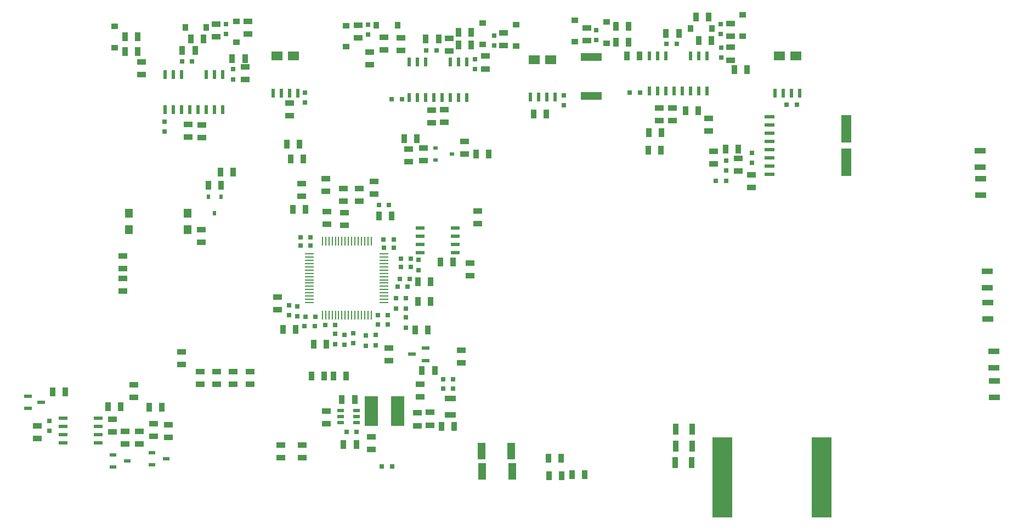
<source format=gtp>
G04*
G04 #@! TF.GenerationSoftware,Altium Limited,Altium Designer,20.0.13 (296)*
G04*
G04 Layer_Color=8421504*
%FSLAX43Y43*%
%MOMM*%
G71*
G01*
G75*
%ADD20R,1.348X0.848*%
%ADD21R,0.848X1.348*%
%ADD22R,0.559X1.461*%
%ADD23R,0.548X1.478*%
%ADD24R,1.818X1.478*%
%ADD25R,0.808X1.118*%
%ADD26R,1.118X0.808*%
%ADD27R,1.698X0.948*%
%ADD28R,0.948X1.698*%
%ADD29R,0.748X0.748*%
%ADD30R,0.998X0.498*%
%ADD31R,1.198X1.398*%
%ADD32R,0.498X0.748*%
%ADD33R,1.198X0.498*%
%ADD34R,3.248X1.148*%
%ADD35R,2.148X4.698*%
%ADD36R,1.098X0.498*%
%ADD37R,3.048X12.398*%
%ADD38R,1.148X0.498*%
%ADD39R,1.488X4.338*%
%ADD40R,1.488X0.538*%
%ADD41R,1.198X2.598*%
%ADD42R,1.423X0.548*%
%ADD43R,1.422X0.914*%
%ADD44R,0.198X1.373*%
%ADD45R,1.373X0.198*%
%ADD46R,0.748X0.748*%
%ADD47R,0.914X1.422*%
%ADD48R,0.748X0.498*%
D20*
X69299Y77948D02*
D03*
Y75998D02*
D03*
X37778Y73554D02*
D03*
Y71604D02*
D03*
X21769Y74355D02*
D03*
Y72405D02*
D03*
X56988Y73851D02*
D03*
Y75801D02*
D03*
X90532Y77639D02*
D03*
Y79589D02*
D03*
X112757Y78287D02*
D03*
Y80237D02*
D03*
X38214Y80601D02*
D03*
Y78651D02*
D03*
X77636Y78789D02*
D03*
Y76839D02*
D03*
X55222Y80024D02*
D03*
Y78074D02*
D03*
X17272Y17186D02*
D03*
Y19136D02*
D03*
X46482Y53594D02*
D03*
Y55544D02*
D03*
X71628Y62021D02*
D03*
Y60071D02*
D03*
X43307Y13163D02*
D03*
Y15113D02*
D03*
X46609Y15158D02*
D03*
Y13208D02*
D03*
X61844Y78080D02*
D03*
Y76130D02*
D03*
X65278Y61005D02*
D03*
Y59055D02*
D03*
X101727Y65278D02*
D03*
Y67228D02*
D03*
X62992Y60878D02*
D03*
Y58928D02*
D03*
X31115Y64561D02*
D03*
Y62611D02*
D03*
X29028Y64667D02*
D03*
Y62717D02*
D03*
X103759Y65278D02*
D03*
Y67228D02*
D03*
X66609Y66898D02*
D03*
Y64948D02*
D03*
X31031Y46472D02*
D03*
Y48422D02*
D03*
X64770Y24556D02*
D03*
Y22606D02*
D03*
X57277Y14478D02*
D03*
Y16428D02*
D03*
X50292Y20365D02*
D03*
Y18415D02*
D03*
X73660Y51267D02*
D03*
Y49317D02*
D03*
X44628Y67967D02*
D03*
Y66017D02*
D03*
X5670Y18079D02*
D03*
Y16129D02*
D03*
X71120Y27854D02*
D03*
Y29804D02*
D03*
X72517Y41316D02*
D03*
Y43266D02*
D03*
X59944Y30144D02*
D03*
Y28194D02*
D03*
X52959Y52787D02*
D03*
Y54737D02*
D03*
X57658Y53930D02*
D03*
Y55880D02*
D03*
X55372Y54782D02*
D03*
Y52832D02*
D03*
X53086Y49063D02*
D03*
Y51013D02*
D03*
X50241Y56312D02*
D03*
Y54362D02*
D03*
X50419Y49276D02*
D03*
Y51226D02*
D03*
X25908Y18288D02*
D03*
Y16338D02*
D03*
X20574Y24429D02*
D03*
Y22479D02*
D03*
X21463Y15322D02*
D03*
Y17272D02*
D03*
X113928Y57489D02*
D03*
Y59439D02*
D03*
X115962Y54908D02*
D03*
Y56858D02*
D03*
X110120Y58591D02*
D03*
Y60541D02*
D03*
X109358Y65576D02*
D03*
Y63626D02*
D03*
X18923Y44323D02*
D03*
Y42373D02*
D03*
Y38944D02*
D03*
Y40894D02*
D03*
X33344Y78187D02*
D03*
Y80137D02*
D03*
X59219Y76164D02*
D03*
Y78114D02*
D03*
X30861Y24511D02*
D03*
Y26461D02*
D03*
X33401Y26502D02*
D03*
Y24552D02*
D03*
X35941D02*
D03*
Y26502D02*
D03*
X38533Y26450D02*
D03*
Y24500D02*
D03*
X68528Y66917D02*
D03*
Y64967D02*
D03*
X42805Y37973D02*
D03*
Y36023D02*
D03*
X27940Y27559D02*
D03*
Y29509D02*
D03*
X19273Y17260D02*
D03*
Y15310D02*
D03*
X23622Y16465D02*
D03*
Y18415D02*
D03*
D21*
X115289Y73101D02*
D03*
X113339D02*
D03*
X98682Y75276D02*
D03*
X96732D02*
D03*
X68107Y18036D02*
D03*
X70057D02*
D03*
X53340Y25781D02*
D03*
X51390D02*
D03*
X45167Y51562D02*
D03*
X47117D02*
D03*
X62357Y62484D02*
D03*
X64307D02*
D03*
X73406Y60071D02*
D03*
X75356D02*
D03*
X49976Y25780D02*
D03*
X48026D02*
D03*
X66428Y40367D02*
D03*
X64478D02*
D03*
X64471Y37338D02*
D03*
X66421D02*
D03*
X24937Y20955D02*
D03*
X22987D02*
D03*
X16637Y21082D02*
D03*
X18587D02*
D03*
X32086Y55245D02*
D03*
X34036D02*
D03*
X35941Y57277D02*
D03*
X33991D02*
D03*
X107696Y66804D02*
D03*
X105746D02*
D03*
X67900Y43434D02*
D03*
X69850D02*
D03*
X10033Y23368D02*
D03*
X8083D02*
D03*
X60411Y50546D02*
D03*
X58461D02*
D03*
X46199Y61643D02*
D03*
X44249D02*
D03*
X44844Y59309D02*
D03*
X46794D02*
D03*
X45552Y33020D02*
D03*
X43602D02*
D03*
X111939Y60877D02*
D03*
X113889D02*
D03*
X102067Y63373D02*
D03*
X100117D02*
D03*
X84664Y10414D02*
D03*
X86614D02*
D03*
X90170Y10541D02*
D03*
X88220D02*
D03*
X31383Y77877D02*
D03*
X29433D02*
D03*
X109728Y77597D02*
D03*
X107778D02*
D03*
X70755Y76925D02*
D03*
X72705D02*
D03*
X107418Y81279D02*
D03*
X109368D02*
D03*
X19259Y78232D02*
D03*
X21209D02*
D03*
X97019Y79842D02*
D03*
X95069D02*
D03*
X19257Y75946D02*
D03*
X21207D02*
D03*
X97005Y77355D02*
D03*
X95055D02*
D03*
X70739Y78867D02*
D03*
X72689D02*
D03*
X48342Y30734D02*
D03*
X50292D02*
D03*
X84278Y66267D02*
D03*
X82328D02*
D03*
X84582Y13081D02*
D03*
X86532D02*
D03*
X101981Y60706D02*
D03*
X100031D02*
D03*
X65958Y32893D02*
D03*
X64008D02*
D03*
D22*
X25398Y72377D02*
D03*
X26668D02*
D03*
X27938D02*
D03*
X31748D02*
D03*
X33018D02*
D03*
X34288D02*
D03*
Y66929D02*
D03*
X33018D02*
D03*
X31748D02*
D03*
X30478D02*
D03*
X29208D02*
D03*
X27938D02*
D03*
X26668D02*
D03*
X25398D02*
D03*
X100201Y75241D02*
D03*
X101471D02*
D03*
X102741D02*
D03*
X106551D02*
D03*
X107821D02*
D03*
X109091D02*
D03*
Y69793D02*
D03*
X107821D02*
D03*
X106551D02*
D03*
X105281D02*
D03*
X104011D02*
D03*
X102741D02*
D03*
X101471D02*
D03*
X100201D02*
D03*
X63117Y74282D02*
D03*
X64387D02*
D03*
X65657D02*
D03*
X69467D02*
D03*
X70737D02*
D03*
X72007D02*
D03*
Y68834D02*
D03*
X70737D02*
D03*
X69467D02*
D03*
X68197D02*
D03*
X66927D02*
D03*
X65657D02*
D03*
X64387D02*
D03*
X63117D02*
D03*
D23*
X45922Y69509D02*
D03*
X44652D02*
D03*
X43382D02*
D03*
X42112D02*
D03*
X85598Y68865D02*
D03*
X84328D02*
D03*
X83058D02*
D03*
X81788D02*
D03*
X119615Y69485D02*
D03*
X120885D02*
D03*
X122155D02*
D03*
X123425D02*
D03*
D24*
X42747Y75289D02*
D03*
X45287D02*
D03*
X82423Y74645D02*
D03*
X84963D02*
D03*
X122790Y75265D02*
D03*
X120250D02*
D03*
D25*
X28529Y79632D02*
D03*
X31799D02*
D03*
X106578Y79444D02*
D03*
X109848D02*
D03*
X61320Y80020D02*
D03*
X58050D02*
D03*
D26*
X93590Y80502D02*
D03*
Y77232D02*
D03*
X17670Y76528D02*
D03*
Y79798D02*
D03*
X74494Y80330D02*
D03*
Y77060D02*
D03*
X88709Y80737D02*
D03*
Y77467D02*
D03*
X114587Y78294D02*
D03*
Y81564D02*
D03*
X36401Y80617D02*
D03*
Y77347D02*
D03*
X79641Y80072D02*
D03*
Y76802D02*
D03*
X53341Y79922D02*
D03*
Y76652D02*
D03*
D27*
X152381Y39420D02*
D03*
Y41970D02*
D03*
X153342Y27060D02*
D03*
Y29610D02*
D03*
X153429Y22516D02*
D03*
Y25066D02*
D03*
X152468Y34573D02*
D03*
Y37123D02*
D03*
X151376Y53712D02*
D03*
Y56262D02*
D03*
X151290Y58083D02*
D03*
Y60633D02*
D03*
X69469Y19812D02*
D03*
Y22362D02*
D03*
D28*
X104157Y12386D02*
D03*
X106707D02*
D03*
X106775Y14960D02*
D03*
X104225D02*
D03*
X106788Y17575D02*
D03*
X104238D02*
D03*
D29*
X91944Y77677D02*
D03*
Y79227D02*
D03*
X111184Y78600D02*
D03*
Y80150D02*
D03*
X34822Y78600D02*
D03*
Y80150D02*
D03*
X76272Y76839D02*
D03*
Y78389D02*
D03*
X56765Y78553D02*
D03*
Y80103D02*
D03*
X62611Y34824D02*
D03*
Y33274D02*
D03*
X57912Y30581D02*
D03*
Y32131D02*
D03*
X51689Y30734D02*
D03*
Y32284D02*
D03*
X86995Y69167D02*
D03*
Y67617D02*
D03*
X47028Y69567D02*
D03*
Y68017D02*
D03*
X116063Y60268D02*
D03*
Y58718D02*
D03*
X54483Y30848D02*
D03*
Y32398D02*
D03*
X53086Y30594D02*
D03*
Y32144D02*
D03*
X44577Y36729D02*
D03*
Y35179D02*
D03*
X112025Y59112D02*
D03*
Y57562D02*
D03*
X45847Y36589D02*
D03*
Y35039D02*
D03*
X73282Y74743D02*
D03*
Y73193D02*
D03*
X111259Y76506D02*
D03*
Y74956D02*
D03*
X35927Y73189D02*
D03*
Y71639D02*
D03*
X7575Y18872D02*
D03*
Y17322D02*
D03*
X56388Y30480D02*
D03*
Y32030D02*
D03*
X64528Y42167D02*
D03*
Y43717D02*
D03*
X25328Y63567D02*
D03*
Y65117D02*
D03*
D30*
X25568Y13015D02*
D03*
X23368Y12065D02*
D03*
Y13965D02*
D03*
X17358Y13650D02*
D03*
Y11750D02*
D03*
X19558Y12700D02*
D03*
D31*
X28884Y48387D02*
D03*
Y50927D02*
D03*
X19884D02*
D03*
Y48387D02*
D03*
D32*
X33086Y50967D02*
D03*
X32136Y53467D02*
D03*
X34036D02*
D03*
D33*
X63559Y29149D02*
D03*
X65659Y30099D02*
D03*
Y28199D02*
D03*
D34*
X91247Y75038D02*
D03*
Y69038D02*
D03*
D35*
X57301Y20380D02*
D03*
X61301D02*
D03*
D36*
X52501Y20480D02*
D03*
Y19530D02*
D03*
Y18580D02*
D03*
X55001D02*
D03*
Y19530D02*
D03*
Y20480D02*
D03*
D37*
X126801Y10160D02*
D03*
X111451D02*
D03*
D38*
X4289Y22667D02*
D03*
Y20767D02*
D03*
X6289Y21717D02*
D03*
D39*
X130565Y58845D02*
D03*
Y63945D02*
D03*
D40*
X118775Y65840D02*
D03*
Y64570D02*
D03*
Y63300D02*
D03*
Y62030D02*
D03*
Y60760D02*
D03*
Y59490D02*
D03*
Y58220D02*
D03*
Y56950D02*
D03*
D41*
X78994Y11049D02*
D03*
X74394D02*
D03*
X74267Y14224D02*
D03*
X78867D02*
D03*
D42*
X9689Y15494D02*
D03*
Y16764D02*
D03*
Y18034D02*
D03*
Y19304D02*
D03*
X15113D02*
D03*
Y18034D02*
D03*
Y16764D02*
D03*
Y15494D02*
D03*
X64828Y44857D02*
D03*
Y46127D02*
D03*
Y47397D02*
D03*
Y48667D02*
D03*
X70252D02*
D03*
Y47397D02*
D03*
Y46127D02*
D03*
Y44857D02*
D03*
D43*
X74843Y75278D02*
D03*
Y73246D02*
D03*
X112722Y74596D02*
D03*
Y76628D02*
D03*
X64353Y18130D02*
D03*
Y20162D02*
D03*
X66369Y18186D02*
D03*
Y20218D02*
D03*
D44*
X49728Y35167D02*
D03*
X50228D02*
D03*
X50728D02*
D03*
X51228D02*
D03*
X51728D02*
D03*
X52228D02*
D03*
X52728D02*
D03*
X53228D02*
D03*
X53728D02*
D03*
X54228D02*
D03*
X54728D02*
D03*
X55228D02*
D03*
X55728D02*
D03*
X56228D02*
D03*
X56728D02*
D03*
X57228D02*
D03*
Y46643D02*
D03*
X56728D02*
D03*
X56228D02*
D03*
X55728D02*
D03*
X55228D02*
D03*
X54728D02*
D03*
X54228D02*
D03*
X53728D02*
D03*
X53228D02*
D03*
X52728D02*
D03*
X52228D02*
D03*
X51728D02*
D03*
X51228D02*
D03*
X50728D02*
D03*
X50228D02*
D03*
X49728D02*
D03*
D45*
X59216Y37155D02*
D03*
Y37655D02*
D03*
Y38155D02*
D03*
Y38655D02*
D03*
Y39155D02*
D03*
Y39655D02*
D03*
Y40155D02*
D03*
Y40655D02*
D03*
Y41155D02*
D03*
Y41655D02*
D03*
Y42155D02*
D03*
Y42655D02*
D03*
Y43155D02*
D03*
Y43655D02*
D03*
Y44155D02*
D03*
Y44655D02*
D03*
X47740D02*
D03*
Y44155D02*
D03*
Y43655D02*
D03*
Y43155D02*
D03*
Y42655D02*
D03*
Y42155D02*
D03*
Y41655D02*
D03*
Y41155D02*
D03*
Y40655D02*
D03*
Y40155D02*
D03*
Y39655D02*
D03*
Y39155D02*
D03*
Y38655D02*
D03*
Y38155D02*
D03*
Y37655D02*
D03*
Y37155D02*
D03*
D46*
X58902Y11811D02*
D03*
X60452D02*
D03*
X59970Y52197D02*
D03*
X58420D02*
D03*
X62624Y36195D02*
D03*
X61074D02*
D03*
X122935Y67703D02*
D03*
X121385D02*
D03*
X46355Y45974D02*
D03*
X47905D02*
D03*
X46977Y33528D02*
D03*
X48527D02*
D03*
X60706Y46863D02*
D03*
X59156D02*
D03*
X51689Y33655D02*
D03*
X50139D02*
D03*
X47091Y34925D02*
D03*
X48641D02*
D03*
X62624Y37846D02*
D03*
X61074D02*
D03*
X61836Y43942D02*
D03*
X63386D02*
D03*
X60732Y45593D02*
D03*
X59182D02*
D03*
X59817Y35179D02*
D03*
X58267D02*
D03*
X47892Y47244D02*
D03*
X46342D02*
D03*
X61836Y42672D02*
D03*
X63386D02*
D03*
X110475Y55924D02*
D03*
X112025D02*
D03*
X67310Y76073D02*
D03*
X65760D02*
D03*
X104405Y77074D02*
D03*
X102855D02*
D03*
X29617Y74422D02*
D03*
X28067D02*
D03*
X53441Y17145D02*
D03*
X54991D02*
D03*
X59817Y33782D02*
D03*
X58267D02*
D03*
X68326Y23876D02*
D03*
X69876D02*
D03*
X68326Y25273D02*
D03*
X69876D02*
D03*
X60426Y68580D02*
D03*
X61976D02*
D03*
X97178Y69567D02*
D03*
X98728D02*
D03*
X61315Y39624D02*
D03*
X62865D02*
D03*
X61653Y40811D02*
D03*
X63203D02*
D03*
D47*
X67691Y77851D02*
D03*
X65659D02*
D03*
X104775Y78740D02*
D03*
X102743D02*
D03*
X30099Y76073D02*
D03*
X28067D02*
D03*
X37770Y74843D02*
D03*
X35738D02*
D03*
X65024Y26670D02*
D03*
X67056D02*
D03*
X52701Y22180D02*
D03*
X54733D02*
D03*
X54991Y15240D02*
D03*
X52959D02*
D03*
D48*
X67203Y61021D02*
D03*
Y59121D02*
D03*
X69703Y60071D02*
D03*
M02*

</source>
